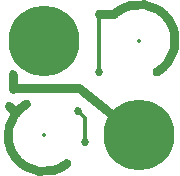
<source format=gbl>
%TF.GenerationSoftware,KiCad,Pcbnew,5.0.0-fee4fd1~66~ubuntu16.04.1*%
%TF.CreationDate,2018-09-24T22:02:00-07:00*%
%TF.ProjectId,2x2-LED-RGB-NeoPixel-SMT,3278322D4C45442D5247422D4E656F50,v1.1*%
%TF.SameCoordinates,Original*%
%TF.FileFunction,Copper,L2,Bot,Signal*%
%TF.FilePolarity,Positive*%
%FSLAX46Y46*%
G04 Gerber Fmt 4.6, Leading zero omitted, Abs format (unit mm)*
G04 Created by KiCad (PCBNEW 5.0.0-fee4fd1~66~ubuntu16.04.1) date Mon Sep 24 22:02:00 2018*
%MOMM*%
%LPD*%
G01*
G04 APERTURE LIST*
%ADD10C,0.800000*%
%ADD11C,0.300000*%
%ADD12C,0.685800*%
%ADD13C,6.000000*%
%ADD14C,0.330200*%
%ADD15C,0.350000*%
G04 APERTURE END LIST*
D10*
X19096767Y-46665693D02*
G75*
G03X15673954Y-41625584I-1497813J2665109D01*
G01*
X6873954Y-48125584D02*
X6873954Y-46925584D01*
X12473954Y-48025584D02*
X18173954Y-52625584D01*
X12473954Y-48025584D02*
X6873954Y-48025584D01*
X6573954Y-49525584D02*
X7173954Y-50125584D01*
D11*
X12973954Y-50525584D02*
X12373954Y-49925584D01*
D10*
X14173954Y-41725584D02*
X15473954Y-41725584D01*
D11*
X14173954Y-46625584D02*
X14173954Y-41725584D01*
X12973954Y-50525584D02*
X12973954Y-52625584D01*
D10*
X8051141Y-49385475D02*
G75*
G03X11473954Y-54425584I1497813J-2665109D01*
G01*
D12*
X6873954Y-46825584D03*
X6573954Y-49525584D03*
X14173954Y-41725584D03*
X14173954Y-46625584D03*
X12973954Y-52625584D03*
X12373954Y-49925584D03*
D13*
X17573954Y-52025584D03*
X9573954Y-44025584D03*
D14*
X6873954Y-46825584D03*
X6573954Y-49525584D03*
X14173954Y-41725584D03*
X14173954Y-46625584D03*
X12973954Y-52625584D03*
X12373954Y-49925584D03*
D15*
X17573954Y-44025584D03*
X17573954Y-52025584D03*
X9573954Y-44025584D03*
X9573954Y-52025584D03*
M02*

</source>
